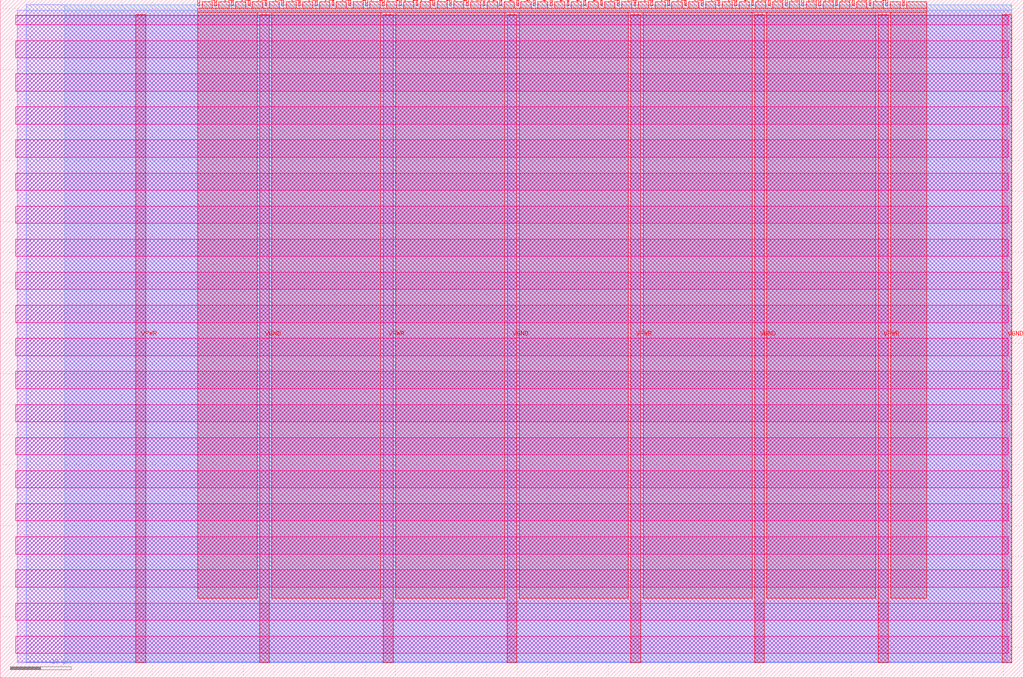
<source format=lef>
VERSION 5.7 ;
  NOWIREEXTENSIONATPIN ON ;
  DIVIDERCHAR "/" ;
  BUSBITCHARS "[]" ;
MACRO tt_um_rejunity_sn76489_dup
  CLASS BLOCK ;
  FOREIGN tt_um_rejunity_sn76489_dup ;
  ORIGIN 0.000 0.000 ;
  SIZE 168.360 BY 111.520 ;
  PIN VGND
    DIRECTION INOUT ;
    USE GROUND ;
    PORT
      LAYER met4 ;
        RECT 42.670 2.480 44.270 109.040 ;
    END
    PORT
      LAYER met4 ;
        RECT 83.380 2.480 84.980 109.040 ;
    END
    PORT
      LAYER met4 ;
        RECT 124.090 2.480 125.690 109.040 ;
    END
    PORT
      LAYER met4 ;
        RECT 164.800 2.480 166.400 109.040 ;
    END
  END VGND
  PIN VPWR
    DIRECTION INOUT ;
    USE POWER ;
    PORT
      LAYER met4 ;
        RECT 22.315 2.480 23.915 109.040 ;
    END
    PORT
      LAYER met4 ;
        RECT 63.025 2.480 64.625 109.040 ;
    END
    PORT
      LAYER met4 ;
        RECT 103.735 2.480 105.335 109.040 ;
    END
    PORT
      LAYER met4 ;
        RECT 144.445 2.480 146.045 109.040 ;
    END
  END VPWR
  PIN clk
    DIRECTION INPUT ;
    USE SIGNAL ;
    ANTENNAGATEAREA 0.852000 ;
    PORT
      LAYER met4 ;
        RECT 145.670 110.520 145.970 111.520 ;
    END
  END clk
  PIN ena
    DIRECTION INPUT ;
    USE SIGNAL ;
    PORT
      LAYER met4 ;
        RECT 148.430 110.520 148.730 111.520 ;
    END
  END ena
  PIN rst_n
    DIRECTION INPUT ;
    USE SIGNAL ;
    ANTENNAGATEAREA 0.196500 ;
    PORT
      LAYER met4 ;
        RECT 142.910 110.520 143.210 111.520 ;
    END
  END rst_n
  PIN ui_in[0]
    DIRECTION INPUT ;
    USE SIGNAL ;
    ANTENNAGATEAREA 0.196500 ;
    PORT
      LAYER met4 ;
        RECT 140.150 110.520 140.450 111.520 ;
    END
  END ui_in[0]
  PIN ui_in[1]
    DIRECTION INPUT ;
    USE SIGNAL ;
    ANTENNAGATEAREA 0.196500 ;
    PORT
      LAYER met4 ;
        RECT 137.390 110.520 137.690 111.520 ;
    END
  END ui_in[1]
  PIN ui_in[2]
    DIRECTION INPUT ;
    USE SIGNAL ;
    ANTENNAGATEAREA 0.196500 ;
    PORT
      LAYER met4 ;
        RECT 134.630 110.520 134.930 111.520 ;
    END
  END ui_in[2]
  PIN ui_in[3]
    DIRECTION INPUT ;
    USE SIGNAL ;
    ANTENNAGATEAREA 0.213000 ;
    PORT
      LAYER met4 ;
        RECT 131.870 110.520 132.170 111.520 ;
    END
  END ui_in[3]
  PIN ui_in[4]
    DIRECTION INPUT ;
    USE SIGNAL ;
    ANTENNAGATEAREA 0.159000 ;
    PORT
      LAYER met4 ;
        RECT 129.110 110.520 129.410 111.520 ;
    END
  END ui_in[4]
  PIN ui_in[5]
    DIRECTION INPUT ;
    USE SIGNAL ;
    ANTENNAGATEAREA 0.159000 ;
    PORT
      LAYER met4 ;
        RECT 126.350 110.520 126.650 111.520 ;
    END
  END ui_in[5]
  PIN ui_in[6]
    DIRECTION INPUT ;
    USE SIGNAL ;
    ANTENNAGATEAREA 0.196500 ;
    PORT
      LAYER met4 ;
        RECT 123.590 110.520 123.890 111.520 ;
    END
  END ui_in[6]
  PIN ui_in[7]
    DIRECTION INPUT ;
    USE SIGNAL ;
    ANTENNAGATEAREA 0.126000 ;
    PORT
      LAYER met4 ;
        RECT 120.830 110.520 121.130 111.520 ;
    END
  END ui_in[7]
  PIN uio_in[0]
    DIRECTION INPUT ;
    USE SIGNAL ;
    ANTENNAGATEAREA 0.213000 ;
    PORT
      LAYER met4 ;
        RECT 118.070 110.520 118.370 111.520 ;
    END
  END uio_in[0]
  PIN uio_in[1]
    DIRECTION INPUT ;
    USE SIGNAL ;
    ANTENNAGATEAREA 0.196500 ;
    PORT
      LAYER met4 ;
        RECT 115.310 110.520 115.610 111.520 ;
    END
  END uio_in[1]
  PIN uio_in[2]
    DIRECTION INPUT ;
    USE SIGNAL ;
    ANTENNAGATEAREA 0.196500 ;
    PORT
      LAYER met4 ;
        RECT 112.550 110.520 112.850 111.520 ;
    END
  END uio_in[2]
  PIN uio_in[3]
    DIRECTION INPUT ;
    USE SIGNAL ;
    PORT
      LAYER met4 ;
        RECT 109.790 110.520 110.090 111.520 ;
    END
  END uio_in[3]
  PIN uio_in[4]
    DIRECTION INPUT ;
    USE SIGNAL ;
    PORT
      LAYER met4 ;
        RECT 107.030 110.520 107.330 111.520 ;
    END
  END uio_in[4]
  PIN uio_in[5]
    DIRECTION INPUT ;
    USE SIGNAL ;
    PORT
      LAYER met4 ;
        RECT 104.270 110.520 104.570 111.520 ;
    END
  END uio_in[5]
  PIN uio_in[6]
    DIRECTION INPUT ;
    USE SIGNAL ;
    PORT
      LAYER met4 ;
        RECT 101.510 110.520 101.810 111.520 ;
    END
  END uio_in[6]
  PIN uio_in[7]
    DIRECTION INPUT ;
    USE SIGNAL ;
    PORT
      LAYER met4 ;
        RECT 98.750 110.520 99.050 111.520 ;
    END
  END uio_in[7]
  PIN uio_oe[0]
    DIRECTION OUTPUT TRISTATE ;
    USE SIGNAL ;
    PORT
      LAYER met4 ;
        RECT 51.830 110.520 52.130 111.520 ;
    END
  END uio_oe[0]
  PIN uio_oe[1]
    DIRECTION OUTPUT TRISTATE ;
    USE SIGNAL ;
    PORT
      LAYER met4 ;
        RECT 49.070 110.520 49.370 111.520 ;
    END
  END uio_oe[1]
  PIN uio_oe[2]
    DIRECTION OUTPUT TRISTATE ;
    USE SIGNAL ;
    PORT
      LAYER met4 ;
        RECT 46.310 110.520 46.610 111.520 ;
    END
  END uio_oe[2]
  PIN uio_oe[3]
    DIRECTION OUTPUT TRISTATE ;
    USE SIGNAL ;
    PORT
      LAYER met4 ;
        RECT 43.550 110.520 43.850 111.520 ;
    END
  END uio_oe[3]
  PIN uio_oe[4]
    DIRECTION OUTPUT TRISTATE ;
    USE SIGNAL ;
    PORT
      LAYER met4 ;
        RECT 40.790 110.520 41.090 111.520 ;
    END
  END uio_oe[4]
  PIN uio_oe[5]
    DIRECTION OUTPUT TRISTATE ;
    USE SIGNAL ;
    PORT
      LAYER met4 ;
        RECT 38.030 110.520 38.330 111.520 ;
    END
  END uio_oe[5]
  PIN uio_oe[6]
    DIRECTION OUTPUT TRISTATE ;
    USE SIGNAL ;
    PORT
      LAYER met4 ;
        RECT 35.270 110.520 35.570 111.520 ;
    END
  END uio_oe[6]
  PIN uio_oe[7]
    DIRECTION OUTPUT TRISTATE ;
    USE SIGNAL ;
    PORT
      LAYER met4 ;
        RECT 32.510 110.520 32.810 111.520 ;
    END
  END uio_oe[7]
  PIN uio_out[0]
    DIRECTION OUTPUT TRISTATE ;
    USE SIGNAL ;
    PORT
      LAYER met4 ;
        RECT 73.910 110.520 74.210 111.520 ;
    END
  END uio_out[0]
  PIN uio_out[1]
    DIRECTION OUTPUT TRISTATE ;
    USE SIGNAL ;
    PORT
      LAYER met4 ;
        RECT 71.150 110.520 71.450 111.520 ;
    END
  END uio_out[1]
  PIN uio_out[2]
    DIRECTION OUTPUT TRISTATE ;
    USE SIGNAL ;
    PORT
      LAYER met4 ;
        RECT 68.390 110.520 68.690 111.520 ;
    END
  END uio_out[2]
  PIN uio_out[3]
    DIRECTION OUTPUT TRISTATE ;
    USE SIGNAL ;
    ANTENNADIFFAREA 0.445500 ;
    PORT
      LAYER met4 ;
        RECT 65.630 110.520 65.930 111.520 ;
    END
  END uio_out[3]
  PIN uio_out[4]
    DIRECTION OUTPUT TRISTATE ;
    USE SIGNAL ;
    ANTENNADIFFAREA 0.445500 ;
    PORT
      LAYER met4 ;
        RECT 62.870 110.520 63.170 111.520 ;
    END
  END uio_out[4]
  PIN uio_out[5]
    DIRECTION OUTPUT TRISTATE ;
    USE SIGNAL ;
    ANTENNADIFFAREA 0.795200 ;
    PORT
      LAYER met4 ;
        RECT 60.110 110.520 60.410 111.520 ;
    END
  END uio_out[5]
  PIN uio_out[6]
    DIRECTION OUTPUT TRISTATE ;
    USE SIGNAL ;
    ANTENNADIFFAREA 0.445500 ;
    PORT
      LAYER met4 ;
        RECT 57.350 110.520 57.650 111.520 ;
    END
  END uio_out[6]
  PIN uio_out[7]
    DIRECTION OUTPUT TRISTATE ;
    USE SIGNAL ;
    ANTENNADIFFAREA 0.795200 ;
    PORT
      LAYER met4 ;
        RECT 54.590 110.520 54.890 111.520 ;
    END
  END uio_out[7]
  PIN uo_out[0]
    DIRECTION OUTPUT TRISTATE ;
    USE SIGNAL ;
    ANTENNAGATEAREA 0.742500 ;
    ANTENNADIFFAREA 1.721000 ;
    PORT
      LAYER met4 ;
        RECT 95.990 110.520 96.290 111.520 ;
    END
  END uo_out[0]
  PIN uo_out[1]
    DIRECTION OUTPUT TRISTATE ;
    USE SIGNAL ;
    ANTENNAGATEAREA 0.495000 ;
    ANTENNADIFFAREA 1.721000 ;
    PORT
      LAYER met4 ;
        RECT 93.230 110.520 93.530 111.520 ;
    END
  END uo_out[1]
  PIN uo_out[2]
    DIRECTION OUTPUT TRISTATE ;
    USE SIGNAL ;
    ANTENNAGATEAREA 0.373500 ;
    ANTENNADIFFAREA 1.721000 ;
    PORT
      LAYER met4 ;
        RECT 90.470 110.520 90.770 111.520 ;
    END
  END uo_out[2]
  PIN uo_out[3]
    DIRECTION OUTPUT TRISTATE ;
    USE SIGNAL ;
    ANTENNAGATEAREA 0.495000 ;
    ANTENNADIFFAREA 1.721000 ;
    PORT
      LAYER met4 ;
        RECT 87.710 110.520 88.010 111.520 ;
    END
  END uo_out[3]
  PIN uo_out[4]
    DIRECTION OUTPUT TRISTATE ;
    USE SIGNAL ;
    ANTENNAGATEAREA 0.621000 ;
    ANTENNADIFFAREA 1.524450 ;
    PORT
      LAYER met4 ;
        RECT 84.950 110.520 85.250 111.520 ;
    END
  END uo_out[4]
  PIN uo_out[5]
    DIRECTION OUTPUT TRISTATE ;
    USE SIGNAL ;
    ANTENNAGATEAREA 0.495000 ;
    ANTENNADIFFAREA 1.524450 ;
    PORT
      LAYER met4 ;
        RECT 82.190 110.520 82.490 111.520 ;
    END
  END uo_out[5]
  PIN uo_out[6]
    DIRECTION OUTPUT TRISTATE ;
    USE SIGNAL ;
    ANTENNAGATEAREA 0.495000 ;
    ANTENNADIFFAREA 1.524450 ;
    PORT
      LAYER met4 ;
        RECT 79.430 110.520 79.730 111.520 ;
    END
  END uo_out[6]
  PIN uo_out[7]
    DIRECTION OUTPUT TRISTATE ;
    USE SIGNAL ;
    ANTENNAGATEAREA 0.621000 ;
    ANTENNADIFFAREA 0.795200 ;
    PORT
      LAYER met4 ;
        RECT 76.670 110.520 76.970 111.520 ;
    END
  END uo_out[7]
  OBS
      LAYER nwell ;
        RECT 2.570 107.385 165.790 108.990 ;
        RECT 2.570 101.945 165.790 104.775 ;
        RECT 2.570 96.505 165.790 99.335 ;
        RECT 2.570 91.065 165.790 93.895 ;
        RECT 2.570 85.625 165.790 88.455 ;
        RECT 2.570 80.185 165.790 83.015 ;
        RECT 2.570 74.745 165.790 77.575 ;
        RECT 2.570 69.305 165.790 72.135 ;
        RECT 2.570 63.865 165.790 66.695 ;
        RECT 2.570 58.425 165.790 61.255 ;
        RECT 2.570 52.985 165.790 55.815 ;
        RECT 2.570 47.545 165.790 50.375 ;
        RECT 2.570 42.105 165.790 44.935 ;
        RECT 2.570 36.665 165.790 39.495 ;
        RECT 2.570 31.225 165.790 34.055 ;
        RECT 2.570 25.785 165.790 28.615 ;
        RECT 2.570 20.345 165.790 23.175 ;
        RECT 2.570 14.905 165.790 17.735 ;
        RECT 2.570 9.465 165.790 12.295 ;
        RECT 2.570 4.025 165.790 6.855 ;
      LAYER li1 ;
        RECT 2.760 2.635 165.600 108.885 ;
      LAYER met1 ;
        RECT 2.760 2.480 166.400 109.780 ;
      LAYER met2 ;
        RECT 4.240 2.535 166.370 110.685 ;
      LAYER met3 ;
        RECT 10.645 2.555 166.390 110.665 ;
      LAYER met4 ;
        RECT 33.210 110.120 34.870 111.170 ;
        RECT 35.970 110.120 37.630 111.170 ;
        RECT 38.730 110.120 40.390 111.170 ;
        RECT 41.490 110.120 43.150 111.170 ;
        RECT 44.250 110.120 45.910 111.170 ;
        RECT 47.010 110.120 48.670 111.170 ;
        RECT 49.770 110.120 51.430 111.170 ;
        RECT 52.530 110.120 54.190 111.170 ;
        RECT 55.290 110.120 56.950 111.170 ;
        RECT 58.050 110.120 59.710 111.170 ;
        RECT 60.810 110.120 62.470 111.170 ;
        RECT 63.570 110.120 65.230 111.170 ;
        RECT 66.330 110.120 67.990 111.170 ;
        RECT 69.090 110.120 70.750 111.170 ;
        RECT 71.850 110.120 73.510 111.170 ;
        RECT 74.610 110.120 76.270 111.170 ;
        RECT 77.370 110.120 79.030 111.170 ;
        RECT 80.130 110.120 81.790 111.170 ;
        RECT 82.890 110.120 84.550 111.170 ;
        RECT 85.650 110.120 87.310 111.170 ;
        RECT 88.410 110.120 90.070 111.170 ;
        RECT 91.170 110.120 92.830 111.170 ;
        RECT 93.930 110.120 95.590 111.170 ;
        RECT 96.690 110.120 98.350 111.170 ;
        RECT 99.450 110.120 101.110 111.170 ;
        RECT 102.210 110.120 103.870 111.170 ;
        RECT 104.970 110.120 106.630 111.170 ;
        RECT 107.730 110.120 109.390 111.170 ;
        RECT 110.490 110.120 112.150 111.170 ;
        RECT 113.250 110.120 114.910 111.170 ;
        RECT 116.010 110.120 117.670 111.170 ;
        RECT 118.770 110.120 120.430 111.170 ;
        RECT 121.530 110.120 123.190 111.170 ;
        RECT 124.290 110.120 125.950 111.170 ;
        RECT 127.050 110.120 128.710 111.170 ;
        RECT 129.810 110.120 131.470 111.170 ;
        RECT 132.570 110.120 134.230 111.170 ;
        RECT 135.330 110.120 136.990 111.170 ;
        RECT 138.090 110.120 139.750 111.170 ;
        RECT 140.850 110.120 142.510 111.170 ;
        RECT 143.610 110.120 145.270 111.170 ;
        RECT 146.370 110.120 148.030 111.170 ;
        RECT 149.130 110.120 152.425 111.170 ;
        RECT 32.495 109.440 152.425 110.120 ;
        RECT 32.495 13.095 42.270 109.440 ;
        RECT 44.670 13.095 62.625 109.440 ;
        RECT 65.025 13.095 82.980 109.440 ;
        RECT 85.380 13.095 103.335 109.440 ;
        RECT 105.735 13.095 123.690 109.440 ;
        RECT 126.090 13.095 144.045 109.440 ;
        RECT 146.445 13.095 152.425 109.440 ;
  END
END tt_um_rejunity_sn76489_dup
END LIBRARY


</source>
